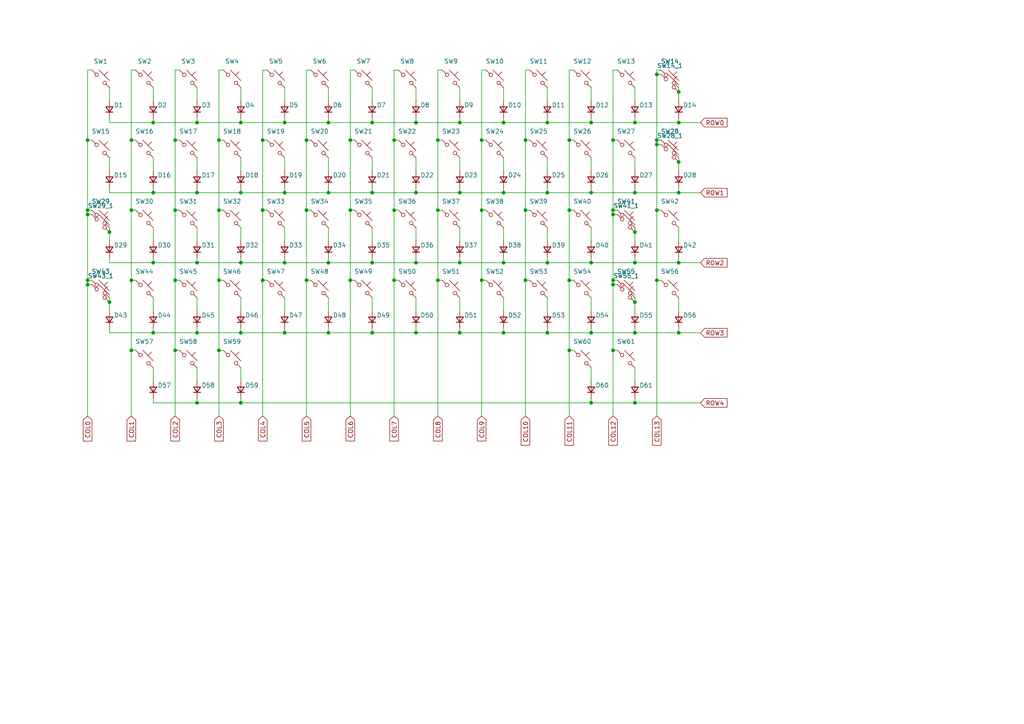
<source format=kicad_sch>
(kicad_sch (version 20231120) (generator "eeschema") (generator_version "8.0")
  (paper "A4")
  (junction (at 114.3 60.96))
  (junction (at 101.6 40.64))
  (junction (at 171.45 35.56))
  (junction (at 120.65 55.88))
  (junction (at 69.85 55.88))
  (junction (at 44.45 35.56))
  (junction (at 184.15 67.31))
  (junction (at 171.45 96.52))
  (junction (at 38.1 60.96))
  (junction (at 95.25 35.56))
  (junction (at 177.8 40.64))
  (junction (at 82.55 76.2))
  (junction (at 50.8 101.6))
  (junction (at 196.85 96.52))
  (junction (at 165.1 81.28))
  (junction (at 184.15 55.88))
  (junction (at 177.8 81.28))
  (junction (at 101.6 81.28))
  (junction (at 82.55 96.52))
  (junction (at 57.15 76.2))
  (junction (at 127 60.96))
  (junction (at 139.7 81.28))
  (junction (at 76.2 81.28))
  (junction (at 63.5 40.64))
  (junction (at 177.8 82.55))
  (junction (at 146.05 76.2))
  (junction (at 158.75 35.56))
  (junction (at 190.5 81.28))
  (junction (at 184.15 96.52))
  (junction (at 57.15 55.88))
  (junction (at 82.55 55.88))
  (junction (at 158.75 96.52))
  (junction (at 190.5 21.59))
  (junction (at 107.95 96.52))
  (junction (at 171.45 116.84))
  (junction (at 50.8 40.64))
  (junction (at 88.9 40.64))
  (junction (at 146.05 55.88))
  (junction (at 88.9 60.96))
  (junction (at 196.85 35.56))
  (junction (at 38.1 40.64))
  (junction (at 25.4 81.28))
  (junction (at 146.05 96.52))
  (junction (at 152.4 40.64))
  (junction (at 177.8 60.96))
  (junction (at 196.85 55.88))
  (junction (at 50.8 81.28))
  (junction (at 196.85 76.2))
  (junction (at 133.35 96.52))
  (junction (at 69.85 96.52))
  (junction (at 107.95 35.56))
  (junction (at 63.5 81.28))
  (junction (at 25.4 62.23))
  (junction (at 95.25 55.88))
  (junction (at 158.75 55.88))
  (junction (at 38.1 101.6))
  (junction (at 38.1 81.28))
  (junction (at 76.2 60.96))
  (junction (at 139.7 40.64))
  (junction (at 63.5 60.96))
  (junction (at 196.85 26.67))
  (junction (at 184.15 76.2))
  (junction (at 146.05 35.56))
  (junction (at 190.5 41.91))
  (junction (at 95.25 76.2))
  (junction (at 57.15 116.84))
  (junction (at 152.4 60.96))
  (junction (at 184.15 87.63))
  (junction (at 95.25 96.52))
  (junction (at 44.45 76.2))
  (junction (at 101.6 60.96))
  (junction (at 177.8 62.23))
  (junction (at 82.55 35.56))
  (junction (at 88.9 81.28))
  (junction (at 184.15 35.56))
  (junction (at 69.85 116.84))
  (junction (at 31.75 67.31))
  (junction (at 196.85 46.99))
  (junction (at 171.45 76.2))
  (junction (at 25.4 40.64))
  (junction (at 190.5 40.64))
  (junction (at 57.15 35.56))
  (junction (at 76.2 40.64))
  (junction (at 184.15 116.84))
  (junction (at 69.85 76.2))
  (junction (at 190.5 60.96))
  (junction (at 69.85 35.56))
  (junction (at 158.75 76.2))
  (junction (at 171.45 55.88))
  (junction (at 120.65 76.2))
  (junction (at 133.35 55.88))
  (junction (at 107.95 55.88))
  (junction (at 152.4 81.28))
  (junction (at 63.5 101.6))
  (junction (at 50.8 60.96))
  (junction (at 120.65 35.56))
  (junction (at 127 81.28))
  (junction (at 107.95 76.2))
  (junction (at 120.65 96.52))
  (junction (at 44.45 55.88))
  (junction (at 165.1 101.6))
  (junction (at 44.45 96.52))
  (junction (at 25.4 82.55))
  (junction (at 133.35 76.2))
  (junction (at 31.75 87.63))
  (junction (at 139.7 60.96))
  (junction (at 114.3 40.64))
  (junction (at 165.1 40.64))
  (junction (at 177.8 101.6))
  (junction (at 165.1 60.96))
  (junction (at 114.3 81.28))
  (junction (at 57.15 96.52))
  (junction (at 25.4 60.96))
  (junction (at 127 40.64))
  (junction (at 133.35 35.56))
  (wire (pts (xy 69.85 106.68) (xy 69.85 110.49)))
  (wire (pts (xy 101.6 20.32) (xy 101.6 40.64)))
  (wire (pts (xy 171.45 95.25) (xy 171.45 96.52)))
  (wire (pts (xy 153.67 81.28) (xy 152.4 81.28)))
  (wire (pts (xy 166.37 20.32) (xy 165.1 20.32)))
  (wire (pts (xy 165.1 40.64) (xy 165.1 60.96)))
  (wire (pts (xy 50.8 40.64) (xy 50.8 60.96)))
  (wire (pts (xy 133.35 55.88) (xy 146.05 55.88)))
  (wire (pts (xy 184.15 86.36) (xy 184.15 87.63)))
  (wire (pts (xy 44.45 25.4) (xy 44.45 29.21)))
  (wire (pts (xy 179.07 82.55) (xy 177.8 82.55)))
  (wire (pts (xy 146.05 34.29) (xy 146.05 35.56)))
  (wire (pts (xy 76.2 20.32) (xy 76.2 40.64)))
  (wire (pts (xy 196.85 76.2) (xy 203.2 76.2)))
  (wire (pts (xy 25.4 82.55) (xy 25.4 120.65)))
  (wire (pts (xy 25.4 60.96) (xy 25.4 62.23)))
  (wire (pts (xy 26.67 40.64) (xy 25.4 40.64)))
  (wire (pts (xy 82.55 66.04) (xy 82.55 69.85)))
  (wire (pts (xy 76.2 60.96) (xy 76.2 81.28)))
  (wire (pts (xy 57.15 76.2) (xy 69.85 76.2)))
  (wire (pts (xy 115.57 60.96) (xy 114.3 60.96)))
  (wire (pts (xy 158.75 25.4) (xy 158.75 29.21)))
  (wire (pts (xy 190.5 81.28) (xy 190.5 120.65)))
  (wire (pts (xy 120.65 35.56) (xy 133.35 35.56)))
  (wire (pts (xy 107.95 96.52) (xy 120.65 96.52)))
  (wire (pts (xy 127 81.28) (xy 127 120.65)))
  (wire (pts (xy 191.77 21.59) (xy 190.5 21.59)))
  (wire (pts (xy 171.45 86.36) (xy 171.45 90.17)))
  (wire (pts (xy 114.3 20.32) (xy 114.3 40.64)))
  (wire (pts (xy 69.85 25.4) (xy 69.85 29.21)))
  (wire (pts (xy 133.35 74.93) (xy 133.35 76.2)))
  (wire (pts (xy 152.4 20.32) (xy 152.4 40.64)))
  (wire (pts (xy 95.25 25.4) (xy 95.25 29.21)))
  (wire (pts (xy 184.15 116.84) (xy 203.2 116.84)))
  (wire (pts (xy 44.45 54.61) (xy 44.45 55.88)))
  (wire (pts (xy 31.75 34.29) (xy 31.75 35.56)))
  (wire (pts (xy 153.67 60.96) (xy 152.4 60.96)))
  (wire (pts (xy 139.7 60.96) (xy 139.7 81.28)))
  (wire (pts (xy 133.35 35.56) (xy 146.05 35.56)))
  (wire (pts (xy 57.15 35.56) (xy 69.85 35.56)))
  (wire (pts (xy 133.35 86.36) (xy 133.35 90.17)))
  (wire (pts (xy 171.45 76.2) (xy 184.15 76.2)))
  (wire (pts (xy 38.1 101.6) (xy 38.1 120.65)))
  (wire (pts (xy 57.15 55.88) (xy 69.85 55.88)))
  (wire (pts (xy 158.75 96.52) (xy 171.45 96.52)))
  (wire (pts (xy 158.75 66.04) (xy 158.75 69.85)))
  (wire (pts (xy 69.85 115.57) (xy 69.85 116.84)))
  (wire (pts (xy 82.55 74.93) (xy 82.55 76.2)))
  (wire (pts (xy 77.47 40.64) (xy 76.2 40.64)))
  (wire (pts (xy 191.77 60.96) (xy 190.5 60.96)))
  (wire (pts (xy 57.15 95.25) (xy 57.15 96.52)))
  (wire (pts (xy 82.55 54.61) (xy 82.55 55.88)))
  (wire (pts (xy 44.45 106.68) (xy 44.45 110.49)))
  (wire (pts (xy 44.45 95.25) (xy 44.45 96.52)))
  (wire (pts (xy 184.15 35.56) (xy 196.85 35.56)))
  (wire (pts (xy 139.7 40.64) (xy 139.7 60.96)))
  (wire (pts (xy 196.85 55.88) (xy 203.2 55.88)))
  (wire (pts (xy 95.25 66.04) (xy 95.25 69.85)))
  (wire (pts (xy 63.5 81.28) (xy 63.5 101.6)))
  (wire (pts (xy 69.85 76.2) (xy 82.55 76.2)))
  (wire (pts (xy 44.45 116.84) (xy 57.15 116.84)))
  (wire (pts (xy 69.85 116.84) (xy 171.45 116.84)))
  (wire (pts (xy 77.47 20.32) (xy 76.2 20.32)))
  (wire (pts (xy 133.35 54.61) (xy 133.35 55.88)))
  (wire (pts (xy 101.6 81.28) (xy 101.6 120.65)))
  (wire (pts (xy 184.15 66.04) (xy 184.15 67.31)))
  (wire (pts (xy 146.05 66.04) (xy 146.05 69.85)))
  (wire (pts (xy 69.85 74.93) (xy 69.85 76.2)))
  (wire (pts (xy 52.07 60.96) (xy 50.8 60.96)))
  (wire (pts (xy 165.1 101.6) (xy 165.1 120.65)))
  (wire (pts (xy 57.15 116.84) (xy 69.85 116.84)))
  (wire (pts (xy 177.8 20.32) (xy 177.8 40.64)))
  (wire (pts (xy 95.25 96.52) (xy 107.95 96.52)))
  (wire (pts (xy 69.85 86.36) (xy 69.85 90.17)))
  (wire (pts (xy 171.45 115.57) (xy 171.45 116.84)))
  (wire (pts (xy 102.87 81.28) (xy 101.6 81.28)))
  (wire (pts (xy 57.15 86.36) (xy 57.15 90.17)))
  (wire (pts (xy 196.85 96.52) (xy 203.2 96.52)))
  (wire (pts (xy 171.45 35.56) (xy 184.15 35.56)))
  (wire (pts (xy 64.77 60.96) (xy 63.5 60.96)))
  (wire (pts (xy 184.15 95.25) (xy 184.15 96.52)))
  (wire (pts (xy 52.07 40.64) (xy 50.8 40.64)))
  (wire (pts (xy 31.75 96.52) (xy 44.45 96.52)))
  (wire (pts (xy 179.07 60.96) (xy 177.8 60.96)))
  (wire (pts (xy 140.97 60.96) (xy 139.7 60.96)))
  (wire (pts (xy 165.1 20.32) (xy 165.1 40.64)))
  (wire (pts (xy 133.35 76.2) (xy 146.05 76.2)))
  (wire (pts (xy 107.95 35.56) (xy 120.65 35.56)))
  (wire (pts (xy 171.45 25.4) (xy 171.45 29.21)))
  (wire (pts (xy 57.15 25.4) (xy 57.15 29.21)))
  (wire (pts (xy 115.57 40.64) (xy 114.3 40.64)))
  (wire (pts (xy 177.8 40.64) (xy 177.8 60.96)))
  (wire (pts (xy 196.85 86.36) (xy 196.85 90.17)))
  (wire (pts (xy 184.15 34.29) (xy 184.15 35.56)))
  (wire (pts (xy 140.97 40.64) (xy 139.7 40.64)))
  (wire (pts (xy 31.75 54.61) (xy 31.75 55.88)))
  (wire (pts (xy 120.65 86.36) (xy 120.65 90.17)))
  (wire (pts (xy 128.27 81.28) (xy 127 81.28)))
  (wire (pts (xy 140.97 81.28) (xy 139.7 81.28)))
  (wire (pts (xy 82.55 25.4) (xy 82.55 29.21)))
  (wire (pts (xy 158.75 34.29) (xy 158.75 35.56)))
  (wire (pts (xy 95.25 95.25) (xy 95.25 96.52)))
  (wire (pts (xy 50.8 101.6) (xy 50.8 120.65)))
  (wire (pts (xy 107.95 74.93) (xy 107.95 76.2)))
  (wire (pts (xy 82.55 96.52) (xy 95.25 96.52)))
  (wire (pts (xy 88.9 60.96) (xy 88.9 81.28)))
  (wire (pts (xy 146.05 74.93) (xy 146.05 76.2)))
  (wire (pts (xy 26.67 82.55) (xy 25.4 82.55)))
  (wire (pts (xy 114.3 40.64) (xy 114.3 60.96)))
  (wire (pts (xy 196.85 35.56) (xy 203.2 35.56)))
  (wire (pts (xy 101.6 60.96) (xy 101.6 81.28)))
  (wire (pts (xy 191.77 40.64) (xy 190.5 40.64)))
  (wire (pts (xy 166.37 40.64) (xy 165.1 40.64)))
  (wire (pts (xy 190.5 41.91) (xy 190.5 60.96)))
  (wire (pts (xy 107.95 55.88) (xy 120.65 55.88)))
  (wire (pts (xy 38.1 60.96) (xy 38.1 81.28)))
  (wire (pts (xy 57.15 45.72) (xy 57.15 49.53)))
  (wire (pts (xy 82.55 45.72) (xy 82.55 49.53)))
  (wire (pts (xy 95.25 54.61) (xy 95.25 55.88)))
  (wire (pts (xy 140.97 20.32) (xy 139.7 20.32)))
  (wire (pts (xy 25.4 81.28) (xy 25.4 82.55)))
  (wire (pts (xy 82.55 95.25) (xy 82.55 96.52)))
  (wire (pts (xy 88.9 20.32) (xy 88.9 40.64)))
  (wire (pts (xy 133.35 45.72) (xy 133.35 49.53)))
  (wire (pts (xy 166.37 101.6) (xy 165.1 101.6)))
  (wire (pts (xy 69.85 95.25) (xy 69.85 96.52)))
  (wire (pts (xy 158.75 55.88) (xy 171.45 55.88)))
  (wire (pts (xy 114.3 60.96) (xy 114.3 81.28)))
  (wire (pts (xy 69.85 54.61) (xy 69.85 55.88)))
  (wire (pts (xy 76.2 40.64) (xy 76.2 60.96)))
  (wire (pts (xy 52.07 101.6) (xy 50.8 101.6)))
  (wire (pts (xy 153.67 40.64) (xy 152.4 40.64)))
  (wire (pts (xy 25.4 40.64) (xy 25.4 60.96)))
  (wire (pts (xy 179.07 101.6) (xy 177.8 101.6)))
  (wire (pts (xy 26.67 20.32) (xy 25.4 20.32)))
  (wire (pts (xy 179.07 62.23) (xy 177.8 62.23)))
  (wire (pts (xy 146.05 76.2) (xy 158.75 76.2)))
  (wire (pts (xy 196.85 54.61) (xy 196.85 55.88)))
  (wire (pts (xy 52.07 20.32) (xy 50.8 20.32)))
  (wire (pts (xy 38.1 40.64) (xy 38.1 60.96)))
  (wire (pts (xy 165.1 81.28) (xy 165.1 101.6)))
  (wire (pts (xy 31.75 87.63) (xy 31.75 90.17)))
  (wire (pts (xy 171.45 34.29) (xy 171.45 35.56)))
  (wire (pts (xy 31.75 74.93) (xy 31.75 76.2)))
  (wire (pts (xy 127 20.32) (xy 127 40.64)))
  (wire (pts (xy 146.05 86.36) (xy 146.05 90.17)))
  (wire (pts (xy 190.5 60.96) (xy 190.5 81.28)))
  (wire (pts (xy 107.95 66.04) (xy 107.95 69.85)))
  (wire (pts (xy 128.27 40.64) (xy 127 40.64)))
  (wire (pts (xy 196.85 74.93) (xy 196.85 76.2)))
  (wire (pts (xy 57.15 54.61) (xy 57.15 55.88)))
  (wire (pts (xy 25.4 62.23) (xy 25.4 81.28)))
  (wire (pts (xy 158.75 74.93) (xy 158.75 76.2)))
  (wire (pts (xy 90.17 81.28) (xy 88.9 81.28)))
  (wire (pts (xy 184.15 74.93) (xy 184.15 76.2)))
  (wire (pts (xy 153.67 20.32) (xy 152.4 20.32)))
  (wire (pts (xy 50.8 20.32) (xy 50.8 40.64)))
  (wire (pts (xy 190.5 40.64) (xy 190.5 41.91)))
  (wire (pts (xy 31.75 25.4) (xy 31.75 29.21)))
  (wire (pts (xy 158.75 45.72) (xy 158.75 49.53)))
  (wire (pts (xy 25.4 20.32) (xy 25.4 40.64)))
  (wire (pts (xy 44.45 74.93) (xy 44.45 76.2)))
  (wire (pts (xy 166.37 81.28) (xy 165.1 81.28)))
  (wire (pts (xy 120.65 96.52) (xy 133.35 96.52)))
  (wire (pts (xy 57.15 66.04) (xy 57.15 69.85)))
  (wire (pts (xy 171.45 54.61) (xy 171.45 55.88)))
  (wire (pts (xy 95.25 34.29) (xy 95.25 35.56)))
  (wire (pts (xy 88.9 40.64) (xy 88.9 60.96)))
  (wire (pts (xy 63.5 101.6) (xy 63.5 120.65)))
  (wire (pts (xy 158.75 35.56) (xy 171.45 35.56)))
  (wire (pts (xy 196.85 66.04) (xy 196.85 69.85)))
  (wire (pts (xy 31.75 76.2) (xy 44.45 76.2)))
  (wire (pts (xy 171.45 106.68) (xy 171.45 110.49)))
  (wire (pts (xy 77.47 60.96) (xy 76.2 60.96)))
  (wire (pts (xy 107.95 54.61) (xy 107.95 55.88)))
  (wire (pts (xy 50.8 60.96) (xy 50.8 81.28)))
  (wire (pts (xy 107.95 95.25) (xy 107.95 96.52)))
  (wire (pts (xy 146.05 96.52) (xy 158.75 96.52)))
  (wire (pts (xy 120.65 95.25) (xy 120.65 96.52)))
  (wire (pts (xy 90.17 60.96) (xy 88.9 60.96)))
  (wire (pts (xy 102.87 20.32) (xy 101.6 20.32)))
  (wire (pts (xy 196.85 26.67) (xy 196.85 29.21)))
  (wire (pts (xy 31.75 95.25) (xy 31.75 96.52)))
  (wire (pts (xy 39.37 40.64) (xy 38.1 40.64)))
  (wire (pts (xy 146.05 35.56) (xy 158.75 35.56)))
  (wire (pts (xy 115.57 81.28) (xy 114.3 81.28)))
  (wire (pts (xy 31.75 67.31) (xy 31.75 69.85)))
  (wire (pts (xy 146.05 25.4) (xy 146.05 29.21)))
  (wire (pts (xy 95.25 86.36) (xy 95.25 90.17)))
  (wire (pts (xy 127 40.64) (xy 127 60.96)))
  (wire (pts (xy 44.45 34.29) (xy 44.45 35.56)))
  (wire (pts (xy 102.87 40.64) (xy 101.6 40.64)))
  (wire (pts (xy 82.55 34.29) (xy 82.55 35.56)))
  (wire (pts (xy 31.75 86.36) (xy 31.75 87.63)))
  (wire (pts (xy 44.45 86.36) (xy 44.45 90.17)))
  (wire (pts (xy 95.25 74.93) (xy 95.25 76.2)))
  (wire (pts (xy 26.67 60.96) (xy 25.4 60.96)))
  (wire (pts (xy 133.35 34.29) (xy 133.35 35.56)))
  (wire (pts (xy 139.7 81.28) (xy 139.7 120.65)))
  (wire (pts (xy 177.8 81.28) (xy 177.8 82.55)))
  (wire (pts (xy 57.15 96.52) (xy 69.85 96.52)))
  (wire (pts (xy 196.85 45.72) (xy 196.85 46.99)))
  (wire (pts (xy 191.77 41.91) (xy 190.5 41.91)))
  (wire (pts (xy 146.05 45.72) (xy 146.05 49.53)))
  (wire (pts (xy 184.15 25.4) (xy 184.15 29.21)))
  (wire (pts (xy 38.1 81.28) (xy 38.1 101.6)))
  (wire (pts (xy 120.65 54.61) (xy 120.65 55.88)))
  (wire (pts (xy 107.95 86.36) (xy 107.95 90.17)))
  (wire (pts (xy 127 60.96) (xy 127 81.28)))
  (wire (pts (xy 44.45 76.2) (xy 57.15 76.2)))
  (wire (pts (xy 120.65 76.2) (xy 133.35 76.2)))
  (wire (pts (xy 82.55 86.36) (xy 82.55 90.17)))
  (wire (pts (xy 120.65 66.04) (xy 120.65 69.85)))
  (wire (pts (xy 120.65 74.93) (xy 120.65 76.2)))
  (wire (pts (xy 31.75 55.88) (xy 44.45 55.88)))
  (wire (pts (xy 146.05 54.61) (xy 146.05 55.88)))
  (wire (pts (xy 184.15 87.63) (xy 184.15 90.17)))
  (wire (pts (xy 177.8 101.6) (xy 177.8 120.65)))
  (wire (pts (xy 69.85 55.88) (xy 82.55 55.88)))
  (wire (pts (xy 139.7 20.32) (xy 139.7 40.64)))
  (wire (pts (xy 57.15 115.57) (xy 57.15 116.84)))
  (wire (pts (xy 102.87 60.96) (xy 101.6 60.96)))
  (wire (pts (xy 26.67 62.23) (xy 25.4 62.23)))
  (wire (pts (xy 184.15 54.61) (xy 184.15 55.88)))
  (wire (pts (xy 31.75 45.72) (xy 31.75 49.53)))
  (wire (pts (xy 82.55 76.2) (xy 95.25 76.2)))
  (wire (pts (xy 171.45 55.88) (xy 184.15 55.88)))
  (wire (pts (xy 133.35 25.4) (xy 133.35 29.21)))
  (wire (pts (xy 184.15 55.88) (xy 196.85 55.88)))
  (wire (pts (xy 133.35 96.52) (xy 146.05 96.52)))
  (wire (pts (xy 177.8 82.55) (xy 177.8 101.6)))
  (wire (pts (xy 90.17 40.64) (xy 88.9 40.64)))
  (wire (pts (xy 31.75 35.56) (xy 44.45 35.56)))
  (wire (pts (xy 39.37 81.28) (xy 38.1 81.28)))
  (wire (pts (xy 107.95 45.72) (xy 107.95 49.53)))
  (wire (pts (xy 44.45 45.72) (xy 44.45 49.53)))
  (wire (pts (xy 44.45 96.52) (xy 57.15 96.52)))
  (wire (pts (xy 191.77 20.32) (xy 190.5 20.32)))
  (wire (pts (xy 128.27 60.96) (xy 127 60.96)))
  (wire (pts (xy 76.2 81.28) (xy 76.2 120.65)))
  (wire (pts (xy 95.25 35.56) (xy 107.95 35.56)))
  (wire (pts (xy 64.77 40.64) (xy 63.5 40.64)))
  (wire (pts (xy 158.75 76.2) (xy 171.45 76.2)))
  (wire (pts (xy 179.07 81.28) (xy 177.8 81.28)))
  (wire (pts (xy 190.5 20.32) (xy 190.5 21.59)))
  (wire (pts (xy 95.25 76.2) (xy 107.95 76.2)))
  (wire (pts (xy 69.85 66.04) (xy 69.85 69.85)))
  (wire (pts (xy 166.37 60.96) (xy 165.1 60.96)))
  (wire (pts (xy 38.1 20.32) (xy 38.1 40.64)))
  (wire (pts (xy 63.5 40.64) (xy 63.5 60.96)))
  (wire (pts (xy 133.35 66.04) (xy 133.35 69.85)))
  (wire (pts (xy 101.6 40.64) (xy 101.6 60.96)))
  (wire (pts (xy 57.15 34.29) (xy 57.15 35.56)))
  (wire (pts (xy 184.15 115.57) (xy 184.15 116.84)))
  (wire (pts (xy 52.07 81.28) (xy 50.8 81.28)))
  (wire (pts (xy 184.15 106.68) (xy 184.15 110.49)))
  (wire (pts (xy 44.45 115.57) (xy 44.45 116.84)))
  (wire (pts (xy 120.65 25.4) (xy 120.65 29.21)))
  (wire (pts (xy 107.95 25.4) (xy 107.95 29.21)))
  (wire (pts (xy 177.8 62.23) (xy 177.8 81.28)))
  (wire (pts (xy 179.07 40.64) (xy 177.8 40.64)))
  (wire (pts (xy 69.85 45.72) (xy 69.85 49.53)))
  (wire (pts (xy 44.45 66.04) (xy 44.45 69.85)))
  (wire (pts (xy 152.4 60.96) (xy 152.4 81.28)))
  (wire (pts (xy 39.37 60.96) (xy 38.1 60.96)))
  (wire (pts (xy 184.15 96.52) (xy 196.85 96.52)))
  (wire (pts (xy 196.85 25.4) (xy 196.85 26.67)))
  (wire (pts (xy 177.8 60.96) (xy 177.8 62.23)))
  (wire (pts (xy 44.45 55.88) (xy 57.15 55.88)))
  (wire (pts (xy 39.37 101.6) (xy 38.1 101.6)))
  (wire (pts (xy 171.45 66.04) (xy 171.45 69.85)))
  (wire (pts (xy 64.77 20.32) (xy 63.5 20.32)))
  (wire (pts (xy 184.15 76.2) (xy 196.85 76.2)))
  (wire (pts (xy 146.05 95.25) (xy 146.05 96.52)))
  (wire (pts (xy 82.55 35.56) (xy 95.25 35.56)))
  (wire (pts (xy 69.85 35.56) (xy 82.55 35.56)))
  (wire (pts (xy 120.65 45.72) (xy 120.65 49.53)))
  (wire (pts (xy 179.07 20.32) (xy 177.8 20.32)))
  (wire (pts (xy 171.45 96.52) (xy 184.15 96.52)))
  (wire (pts (xy 63.5 60.96) (xy 63.5 81.28)))
  (wire (pts (xy 184.15 67.31) (xy 184.15 69.85)))
  (wire (pts (xy 107.95 34.29) (xy 107.95 35.56)))
  (wire (pts (xy 95.25 55.88) (xy 107.95 55.88)))
  (wire (pts (xy 95.25 45.72) (xy 95.25 49.53)))
  (wire (pts (xy 120.65 55.88) (xy 133.35 55.88)))
  (wire (pts (xy 69.85 96.52) (xy 82.55 96.52)))
  (wire (pts (xy 63.5 20.32) (xy 63.5 40.64)))
  (wire (pts (xy 191.77 81.28) (xy 190.5 81.28)))
  (wire (pts (xy 171.45 116.84) (xy 184.15 116.84)))
  (wire (pts (xy 69.85 34.29) (xy 69.85 35.56)))
  (wire (pts (xy 152.4 81.28) (xy 152.4 120.65)))
  (wire (pts (xy 64.77 101.6) (xy 63.5 101.6)))
  (wire (pts (xy 115.57 20.32) (xy 114.3 20.32)))
  (wire (pts (xy 158.75 54.61) (xy 158.75 55.88)))
  (wire (pts (xy 82.55 55.88) (xy 95.25 55.88)))
  (wire (pts (xy 196.85 34.29) (xy 196.85 35.56)))
  (wire (pts (xy 165.1 60.96) (xy 165.1 81.28)))
  (wire (pts (xy 196.85 95.25) (xy 196.85 96.52)))
  (wire (pts (xy 77.47 81.28) (xy 76.2 81.28)))
  (wire (pts (xy 133.35 95.25) (xy 133.35 96.52)))
  (wire (pts (xy 184.15 45.72) (xy 184.15 49.53)))
  (wire (pts (xy 190.5 21.59) (xy 190.5 40.64)))
  (wire (pts (xy 57.15 74.93) (xy 57.15 76.2)))
  (wire (pts (xy 128.27 20.32) (xy 127 20.32)))
  (wire (pts (xy 158.75 95.25) (xy 158.75 96.52)))
  (wire (pts (xy 171.45 74.93) (xy 171.45 76.2)))
  (wire (pts (xy 26.67 81.28) (xy 25.4 81.28)))
  (wire (pts (xy 31.75 66.04) (xy 31.75 67.31)))
  (wire (pts (xy 152.4 40.64) (xy 152.4 60.96)))
  (wire (pts (xy 196.85 46.99) (xy 196.85 49.53)))
  (wire (pts (xy 171.45 45.72) (xy 171.45 49.53)))
  (wire (pts (xy 120.65 34.29) (xy 120.65 35.56)))
  (wire (pts (xy 90.17 20.32) (xy 88.9 20.32)))
  (wire (pts (xy 146.05 55.88) (xy 158.75 55.88)))
  (wire (pts (xy 107.95 76.2) (xy 120.65 76.2)))
  (wire (pts (xy 57.15 106.68) (xy 57.15 110.49)))
  (wire (pts (xy 88.9 81.28) (xy 88.9 120.65)))
  (wire (pts (xy 114.3 81.28) (xy 114.3 120.65)))
  (wire (pts (xy 50.8 81.28) (xy 50.8 101.6)))
  (wire (pts (xy 39.37 20.32) (xy 38.1 20.32)))
  (wire (pts (xy 64.77 81.28) (xy 63.5 81.28)))
  (wire (pts (xy 44.45 35.56) (xy 57.15 35.56)))
  (wire (pts (xy 158.75 86.36) (xy 158.75 90.17)))
  (global_label "COL9" (shape input) (at 139.7 120.65 270) (property "Intersheetrefs" "${INTERSHEET_REFS}" (effects (hide yes))))
  (global_label "COL7" (shape input) (at 114.3 120.65 270) (property "Intersheetrefs" "${INTERSHEET_REFS}" (effects (hide yes))))
  (global_label "COL2" (shape input) (at 50.8 120.65 270) (property "Intersheetrefs" "${INTERSHEET_REFS}" (effects (hide yes))))
  (global_label "COL1" (shape input) (at 38.1 120.65 270) (property "Intersheetrefs" "${INTERSHEET_REFS}" (effects (hide yes))))
  (global_label "COL11" (shape input) (at 165.1 120.65 270) (property "Intersheetrefs" "${INTERSHEET_REFS}" (effects (hide yes))))
  (global_label "COL3" (shape input) (at 63.5 120.65 270) (property "Intersheetrefs" "${INTERSHEET_REFS}" (effects (hide yes))))
  (global_label "COL12" (shape input) (at 177.8 120.65 270) (property "Intersheetrefs" "${INTERSHEET_REFS}" (effects (hide yes))))
  (global_label "ROW2" (shape input) (at 203.2 76.2 0) (property "Intersheetrefs" "${INTERSHEET_REFS}" (effects (hide yes))))
  (global_label "ROW1" (shape input) (at 203.2 55.88 0) (property "Intersheetrefs" "${INTERSHEET_REFS}" (effects (hide yes))))
  (global_label "ROW3" (shape input) (at 203.2 96.52 0) (property "Intersheetrefs" "${INTERSHEET_REFS}" (effects (hide yes))))
  (global_label "COL5" (shape input) (at 88.9 120.65 270) (property "Intersheetrefs" "${INTERSHEET_REFS}" (effects (hide yes))))
  (global_label "ROW0" (shape input) (at 203.2 35.56 0) (property "Intersheetrefs" "${INTERSHEET_REFS}" (effects (hide yes))))
  (global_label "COL6" (shape input) (at 101.6 120.65 270) (property "Intersheetrefs" "${INTERSHEET_REFS}" (effects (hide yes))))
  (global_label "COL4" (shape input) (at 76.2 120.65 270) (property "Intersheetrefs" "${INTERSHEET_REFS}" (effects (hide yes))))
  (global_label "COL10" (shape input) (at 152.4 120.65 270) (property "Intersheetrefs" "${INTERSHEET_REFS}" (effects (hide yes))))
  (global_label "COL8" (shape input) (at 127 120.65 270) (property "Intersheetrefs" "${INTERSHEET_REFS}" (effects (hide yes))))
  (global_label "COL0" (shape input) (at 25.4 120.65 270) (property "Intersheetrefs" "${INTERSHEET_REFS}" (effects (hide yes))))
  (global_label "ROW4" (shape input) (at 203.2 116.84 0) (property "Intersheetrefs" "${INTERSHEET_REFS}" (effects (hide yes))))
  (global_label "COL13" (shape input) (at 190.5 120.65 270) (property "Intersheetrefs" "${INTERSHEET_REFS}" (effects (hide yes))))
  (symbol (lib_id "Switch:SW_Push_45deg") (at 67.31 43.18 0) (unit 1)
    (property "Reference" "SW18" (at 67.31 38.1 0))
    (property "Value" "SW_Push" (effects (hide yes)))
    (property "Footprint" "Switch_Keyboard_Hybrid:SW_Hybrid_Cherry_MX_Alps_1.00u" (effects (hide yes)))
  )
  (symbol (lib_id "Device:D_Small") (at 31.75 52.07 90) (unit 1)
    (property "Reference" "D15" (at 33.02 50.8 90) (effects (justify right)))
    (property "Value" "D" (effects (hide yes)))
    (property "Footprint" "Diode_SMD:D_SOD-123F" (effects (hide yes)))
    (property "Sim.Device" "D" (effects (hide yes)))
    (property "Sim.Pins" "1=K 2=A" (effects (hide yes)))
  )
  (symbol (lib_id "Switch:SW_Push_45deg") (at 143.51 22.86 0) (unit 1)
    (property "Reference" "SW10" (at 143.51 17.78 0))
    (property "Value" "SW_Push" (effects (hide yes)))
    (property "Footprint" "Switch_Keyboard_Hybrid:SW_Hybrid_Cherry_MX_Alps_1.00u" (effects (hide yes)))
  )
  (symbol (lib_id "Switch:SW_Push_45deg") (at 118.11 43.18 0) (unit 1)
    (property "Reference" "SW22" (at 118.11 38.1 0))
    (property "Value" "SW_Push" (effects (hide yes)))
    (property "Footprint" "Switch_Keyboard_Hybrid:SW_Hybrid_Cherry_MX_Alps_1.00u" (effects (hide yes)))
  )
  (symbol (lib_id "Switch:SW_Push_45deg") (at 118.11 63.5 0) (unit 1)
    (property "Reference" "SW36" (at 118.11 58.42 0))
    (property "Value" "SW_Push" (effects (hide yes)))
    (property "Footprint" "Switch_Keyboard_Hybrid:SW_Hybrid_Cherry_MX_Alps_1.00u" (effects (hide yes)))
  )
  (symbol (lib_id "Device:D_Small") (at 57.15 72.39 90) (unit 1)
    (property "Reference" "D31" (at 58.42 71.12 90) (effects (justify right)))
    (property "Value" "D" (effects (hide yes)))
    (property "Footprint" "Diode_SMD:D_SOD-123F" (effects (hide yes)))
    (property "Sim.Device" "D" (effects (hide yes)))
    (property "Sim.Pins" "1=K 2=A" (effects (hide yes)))
  )
  (symbol (lib_id "Device:D_Small") (at 184.15 52.07 90) (unit 1)
    (property "Reference" "D27" (at 185.42 50.8 90) (effects (justify right)))
    (property "Value" "D" (effects (hide yes)))
    (property "Footprint" "Diode_SMD:D_SOD-123F" (effects (hide yes)))
    (property "Sim.Device" "D" (effects (hide yes)))
    (property "Sim.Pins" "1=K 2=A" (effects (hide yes)))
  )
  (symbol (lib_id "Device:D_Small") (at 171.45 92.71 90) (unit 1)
    (property "Reference" "D54" (at 172.72 91.44 90) (effects (justify right)))
    (property "Value" "D" (effects (hide yes)))
    (property "Footprint" "Diode_SMD:D_SOD-123F" (effects (hide yes)))
    (property "Sim.Device" "D" (effects (hide yes)))
    (property "Sim.Pins" "1=K 2=A" (effects (hide yes)))
  )
  (symbol (lib_id "Switch:SW_Push_45deg") (at 194.31 22.86 0) (unit 1)
    (property "Reference" "SW14" (at 194.31 17.78 0))
    (property "Value" "SW_Push" (effects (hide yes)))
    (property "Footprint" "Switch_Keyboard_Hybrid:SW_Hybrid_Cherry_MX_Alps_1.00u" (effects (hide yes)))
  )
  (symbol (lib_id "Device:D_Small") (at 107.95 52.07 90) (unit 1)
    (property "Reference" "D21" (at 109.22 50.8 90) (effects (justify right)))
    (property "Value" "D" (effects (hide yes)))
    (property "Footprint" "Diode_SMD:D_SOD-123F" (effects (hide yes)))
    (property "Sim.Device" "D" (effects (hide yes)))
    (property "Sim.Pins" "1=K 2=A" (effects (hide yes)))
  )
  (symbol (lib_id "Switch:SW_Push_45deg") (at 29.21 43.18 0) (unit 1)
    (property "Reference" "SW15" (at 29.21 38.1 0))
    (property "Value" "SW_Push" (effects (hide yes)))
    (property "Footprint" "Switch_Keyboard_Hybrid:SW_Hybrid_Cherry_MX_Alps_1.00u" (effects (hide yes)))
  )
  (symbol (lib_id "Switch:SW_Push_45deg") (at 92.71 43.18 0) (unit 1)
    (property "Reference" "SW20" (at 92.71 38.1 0))
    (property "Value" "SW_Push" (effects (hide yes)))
    (property "Footprint" "Switch_Keyboard_Hybrid:SW_Hybrid_Cherry_MX_Alps_1.00u" (effects (hide yes)))
  )
  (symbol (lib_id "Device:D_Small") (at 44.45 113.03 90) (unit 1)
    (property "Reference" "D57" (at 45.72 111.76 90) (effects (justify right)))
    (property "Value" "D" (effects (hide yes)))
    (property "Footprint" "Diode_SMD:D_SOD-123F" (effects (hide yes)))
    (property "Sim.Device" "D" (effects (hide yes)))
    (property "Sim.Pins" "1=K 2=A" (effects (hide yes)))
  )
  (symbol (lib_id "Device:D_Small") (at 146.05 52.07 90) (unit 1)
    (property "Reference" "D24" (at 147.32 50.8 90) (effects (justify right)))
    (property "Value" "D" (effects (hide yes)))
    (property "Footprint" "Diode_SMD:D_SOD-123F" (effects (hide yes)))
    (property "Sim.Device" "D" (effects (hide yes)))
    (property "Sim.Pins" "1=K 2=A" (effects (hide yes)))
  )
  (symbol (lib_id "Switch:SW_Push_45deg") (at 168.91 22.86 0) (unit 1)
    (property "Reference" "SW12" (at 168.91 17.78 0))
    (property "Value" "SW_Push" (effects (hide yes)))
    (property "Footprint" "Switch_Keyboard_Hybrid:SW_Hybrid_Cherry_MX_Alps_1.00u" (effects (hide yes)))
  )
  (symbol (lib_id "Switch:SW_Push_45deg") (at 181.61 22.86 0) (unit 1)
    (property "Reference" "SW13" (at 181.61 17.78 0))
    (property "Value" "SW_Push" (effects (hide yes)))
    (property "Footprint" "Switch_Keyboard_Hybrid:SW_Hybrid_Cherry_MX_Alps_1.00u" (effects (hide yes)))
  )
  (symbol (lib_id "Switch:SW_Push_45deg") (at 92.71 83.82 0) (unit 1)
    (property "Reference" "SW48" (at 92.71 78.74 0))
    (property "Value" "SW_Push" (effects (hide yes)))
    (property "Footprint" "Switch_Keyboard_Hybrid:SW_Hybrid_Cherry_MX_Alps_1.00u" (effects (hide yes)))
  )
  (symbol (lib_id "Switch:SW_Push_45deg") (at 118.11 83.82 0) (unit 1)
    (property "Reference" "SW50" (at 118.11 78.74 0))
    (property "Value" "SW_Push" (effects (hide yes)))
    (property "Footprint" "Switch_Keyboard_Hybrid:SW_Hybrid_Cherry_MX_Alps_1.00u" (effects (hide yes)))
  )
  (symbol (lib_id "Device:D_Small") (at 120.65 92.71 90) (unit 1)
    (property "Reference" "D50" (at 121.92 91.44 90) (effects (justify right)))
    (property "Value" "D" (effects (hide yes)))
    (property "Footprint" "Diode_SMD:D_SOD-123F" (effects (hide yes)))
    (property "Sim.Device" "D" (effects (hide yes)))
    (property "Sim.Pins" "1=K 2=A" (effects (hide yes)))
  )
  (symbol (lib_id "Switch:SW_Push_45deg") (at 105.41 43.18 0) (unit 1)
    (property "Reference" "SW21" (at 105.41 38.1 0))
    (property "Value" "SW_Push" (effects (hide yes)))
    (property "Footprint" "Switch_Keyboard_Hybrid:SW_Hybrid_Cherry_MX_Alps_1.00u" (effects (hide yes)))
  )
  (symbol (lib_id "Switch:SW_Push_45deg") (at 67.31 63.5 0) (unit 1)
    (property "Reference" "SW32" (at 67.31 58.42 0))
    (property "Value" "SW_Push" (effects (hide yes)))
    (property "Footprint" "Switch_Keyboard_Hybrid:SW_Hybrid_Cherry_MX_Alps_1.00u" (effects (hide yes)))
  )
  (symbol (lib_id "Switch:SW_Push_45deg") (at 156.21 83.82 0) (unit 1)
    (property "Reference" "SW53" (at 156.21 78.74 0))
    (property "Value" "SW_Push" (effects (hide yes)))
    (property "Footprint" "Switch_Keyboard_Hybrid:SW_Hybrid_Cherry_MX_Alps_1.00u" (effects (hide yes)))
  )
  (symbol (lib_id "Switch:SW_Push_45deg") (at 105.41 83.82 0) (unit 1)
    (property "Reference" "SW49" (at 105.41 78.74 0))
    (property "Value" "SW_Push" (effects (hide yes)))
    (property "Footprint" "Switch_Keyboard_Hybrid:SW_Hybrid_Cherry_MX_Alps_1.00u" (effects (hide yes)))
  )
  (symbol (lib_id "Device:D_Small") (at 82.55 52.07 90) (unit 1)
    (property "Reference" "D19" (at 83.82 50.8 90) (effects (justify right)))
    (property "Value" "D" (effects (hide yes)))
    (property "Footprint" "Diode_SMD:D_SOD-123F" (effects (hide yes)))
    (property "Sim.Device" "D" (effects (hide yes)))
    (property "Sim.Pins" "1=K 2=A" (effects (hide yes)))
  )
  (symbol (lib_id "Switch:SW_Push_45deg") (at 80.01 83.82 0) (unit 1)
    (property "Reference" "SW47" (at 80.01 78.74 0))
    (property "Value" "SW_Push" (effects (hide yes)))
    (property "Footprint" "Switch_Keyboard_Hybrid:SW_Hybrid_Cherry_MX_Alps_1.00u" (effects (hide yes)))
  )
  (symbol (lib_id "Switch:SW_Push_45deg") (at 29.21 63.5 0) (unit 1)
    (property "Reference" "SW29" (at 29.21 58.42 0))
    (property "Value" "SW_Push" (effects (hide yes)))
    (property "Footprint" "Switch_Keyboard_Hybrid:SW_Hybrid_Cherry_MX_Alps_1.00u" (effects (hide yes)))
  )
  (symbol (lib_id "Device:D_Small") (at 184.15 92.71 90) (unit 1)
    (property "Reference" "D55" (at 185.42 91.44 90) (effects (justify right)))
    (property "Value" "D" (effects (hide yes)))
    (property "Footprint" "Diode_SMD:D_SOD-123F" (effects (hide yes)))
    (property "Sim.Device" "D" (effects (hide yes)))
    (property "Sim.Pins" "1=K 2=A" (effects (hide yes)))
  )
  (symbol (lib_id "Switch:SW_Push_45deg") (at 194.31 63.5 0) (unit 1)
    (property "Reference" "SW42" (at 194.31 58.42 0))
    (property "Value" "SW_Push" (effects (hide yes)))
    (property "Footprint" "Switch_Keyboard_Hybrid:SW_Hybrid_Cherry_MX_Alps_1.00u" (effects (hide yes)))
  )
  (symbol (lib_id "Device:D_Small") (at 57.15 31.75 90) (unit 1)
    (property "Reference" "D3" (at 58.42 30.48 90) (effects (justify right)))
    (property "Value" "D" (effects (hide yes)))
    (property "Footprint" "Diode_SMD:D_SOD-123F" (effects (hide yes)))
    (property "Sim.Device" "D" (effects (hide yes)))
    (property "Sim.Pins" "1=K 2=A" (effects (hide yes)))
  )
  (symbol (lib_id "Switch:SW_Push_45deg") (at 67.31 83.82 0) (unit 1)
    (property "Reference" "SW46" (at 67.31 78.74 0))
    (property "Value" "SW_Push" (effects (hide yes)))
    (property "Footprint" "Switch_Keyboard_Hybrid:SW_Hybrid_Cherry_MX_Alps_1.00u" (effects (hide yes)))
  )
  (symbol (lib_id "Device:D_Small") (at 44.45 92.71 90) (unit 1)
    (property "Reference" "D44" (at 45.72 91.44 90) (effects (justify right)))
    (property "Value" "D" (effects (hide yes)))
    (property "Footprint" "Diode_SMD:D_SOD-123F" (effects (hide yes)))
    (property "Sim.Device" "D" (effects (hide yes)))
    (property "Sim.Pins" "1=K 2=A" (effects (hide yes)))
  )
  (symbol (lib_id "Device:D_Small") (at 158.75 92.71 90) (unit 1)
    (property "Reference" "D53" (at 160.02 91.44 90) (effects (justify right)))
    (property "Value" "D" (effects (hide yes)))
    (property "Footprint" "Diode_SMD:D_SOD-123F" (effects (hide yes)))
    (property "Sim.Device" "D" (effects (hide yes)))
    (property "Sim.Pins" "1=K 2=A" (effects (hide yes)))
  )
  (symbol (lib_id "Device:D_Small") (at 171.45 113.03 90) (unit 1)
    (property "Reference" "D60" (at 172.72 111.76 90) (effects (justify right)))
    (property "Value" "D" (effects (hide yes)))
    (property "Footprint" "Diode_SMD:D_SOD-123F" (effects (hide yes)))
    (property "Sim.Device" "D" (effects (hide yes)))
    (property "Sim.Pins" "1=K 2=A" (effects (hide yes)))
  )
  (symbol (lib_id "Device:D_Small") (at 171.45 72.39 90) (unit 1)
    (property "Reference" "D40" (at 172.72 71.12 90) (effects (justify right)))
    (property "Value" "D" (effects (hide yes)))
    (property "Footprint" "Diode_SMD:D_SOD-123F" (effects (hide yes)))
    (property "Sim.Device" "D" (effects (hide yes)))
    (property "Sim.Pins" "1=K 2=A" (effects (hide yes)))
  )
  (symbol (lib_id "Switch:SW_Push_45deg") (at 54.61 43.18 0) (unit 1)
    (property "Reference" "SW17" (at 54.61 38.1 0))
    (property "Value" "SW_Push" (effects (hide yes)))
    (property "Footprint" "Switch_Keyboard_Hybrid:SW_Hybrid_Cherry_MX_Alps_1.00u" (effects (hide yes)))
  )
  (symbol (lib_id "Device:D_Small") (at 107.95 92.71 90) (unit 1)
    (property "Reference" "D49" (at 109.22 91.44 90) (effects (justify right)))
    (property "Value" "D" (effects (hide yes)))
    (property "Footprint" "Diode_SMD:D_SOD-123F" (effects (hide yes)))
    (property "Sim.Device" "D" (effects (hide yes)))
    (property "Sim.Pins" "1=K 2=A" (effects (hide yes)))
  )
  (symbol (lib_id "Device:D_Small") (at 107.95 72.39 90) (unit 1)
    (property "Reference" "D35" (at 109.22 71.12 90) (effects (justify right)))
    (property "Value" "D" (effects (hide yes)))
    (property "Footprint" "Diode_SMD:D_SOD-123F" (effects (hide yes)))
    (property "Sim.Device" "D" (effects (hide yes)))
    (property "Sim.Pins" "1=K 2=A" (effects (hide yes)))
  )
  (symbol (lib_id "Switch:SW_Push_45deg") (at 54.61 63.5 0) (unit 1)
    (property "Reference" "SW31" (at 54.61 58.42 0))
    (property "Value" "SW_Push" (effects (hide yes)))
    (property "Footprint" "Switch_Keyboard_Hybrid:SW_Hybrid_Cherry_MX_Alps_1.00u" (effects (hide yes)))
  )
  (symbol (lib_id "Switch:SW_Push_45deg") (at 41.91 22.86 0) (unit 1)
    (property "Reference" "SW2" (at 41.91 17.78 0))
    (property "Value" "SW_Push" (effects (hide yes)))
    (property "Footprint" "Switch_Keyboard_Hybrid:SW_Hybrid_Cherry_MX_Alps_1.00u" (effects (hide yes)))
  )
  (symbol (lib_id "Switch:SW_Push_45deg") (at 130.81 22.86 0) (unit 1)
    (property "Reference" "SW9" (at 130.81 17.78 0))
    (property "Value" "SW_Push" (effects (hide yes)))
    (property "Footprint" "Switch_Keyboard_Hybrid:SW_Hybrid_Cherry_MX_Alps_1.00u" (effects (hide yes)))
  )
  (symbol (lib_id "Switch:SW_Push_45deg") (at 168.91 63.5 0) (unit 1)
    (property "Reference" "SW40" (at 168.91 58.42 0))
    (property "Value" "SW_Push" (effects (hide yes)))
    (property "Footprint" "Switch_Keyboard_Hybrid:SW_Hybrid_Cherry_MX_Alps_1.00u" (effects (hide yes)))
  )
  (symbol (lib_id "Switch:SW_Push_45deg") (at 54.61 22.86 0) (unit 1)
    (property "Reference" "SW3" (at 54.61 17.78 0))
    (property "Value" "SW_Push" (effects (hide yes)))
    (property "Footprint" "Switch_Keyboard_Hybrid:SW_Hybrid_Cherry_MX_Alps_1.00u" (effects (hide yes)))
  )
  (symbol (lib_id "Device:D_Small") (at 120.65 52.07 90) (unit 1)
    (property "Reference" "D22" (at 121.92 50.8 90) (effects (justify right)))
    (property "Value" "D" (effects (hide yes)))
    (property "Footprint" "Diode_SMD:D_SOD-123F" (effects (hide yes)))
    (property "Sim.Device" "D" (effects (hide yes)))
    (property "Sim.Pins" "1=K 2=A" (effects (hide yes)))
  )
  (symbol (lib_id "Switch:SW_Push_45deg") (at 29.21 85.09 0) (unit 1)
    (property "Reference" "SW43_1" (at 29.21 80.01 0))
    (property "Value" "SW_Push" (effects (hide yes)))
    (property "Footprint" "Switch_Keyboard_Hybrid:SW_Hybrid_Cherry_MX_Alps_1.00u" (effects (hide yes)))
  )
  (symbol (lib_id "Switch:SW_Push_45deg") (at 194.31 43.18 0) (unit 1)
    (property "Reference" "SW28" (at 194.31 38.1 0))
    (property "Value" "SW_Push" (effects (hide yes)))
    (property "Footprint" "Switch_Keyboard_Hybrid:SW_Hybrid_Cherry_MX_Alps_1.00u" (effects (hide yes)))
  )
  (symbol (lib_id "Device:D_Small") (at 57.15 113.03 90) (unit 1)
    (property "Reference" "D58" (at 58.42 111.76 90) (effects (justify right)))
    (property "Value" "D" (effects (hide yes)))
    (property "Footprint" "Diode_SMD:D_SOD-123F" (effects (hide yes)))
    (property "Sim.Device" "D" (effects (hide yes)))
    (property "Sim.Pins" "1=K 2=A" (effects (hide yes)))
  )
  (symbol (lib_id "Device:D_Small") (at 69.85 52.07 90) (unit 1)
    (property "Reference" "D18" (at 71.12 50.8 90) (effects (justify right)))
    (property "Value" "D" (effects (hide yes)))
    (property "Footprint" "Diode_SMD:D_SOD-123F" (effects (hide yes)))
    (property "Sim.Device" "D" (effects (hide yes)))
    (property "Sim.Pins" "1=K 2=A" (effects (hide yes)))
  )
  (symbol (lib_id "Switch:SW_Push_45deg") (at 29.21 22.86 0) (unit 1)
    (property "Reference" "SW1" (at 29.21 17.78 0))
    (property "Value" "SW_Push" (effects (hide yes)))
    (property "Footprint" "Switch_Keyboard_Hybrid:SW_Hybrid_Cherry_MX_Alps_1.00u" (effects (hide yes)))
  )
  (symbol (lib_id "Device:D_Small") (at 57.15 52.07 90) (unit 1)
    (property "Reference" "D17" (at 58.42 50.8 90) (effects (justify right)))
    (property "Value" "D" (effects (hide yes)))
    (property "Footprint" "Diode_SMD:D_SOD-123F" (effects (hide yes)))
    (property "Sim.Device" "D" (effects (hide yes)))
    (property "Sim.Pins" "1=K 2=A" (effects (hide yes)))
  )
  (symbol (lib_id "Switch:SW_Push_45deg") (at 130.81 43.18 0) (unit 1)
    (property "Reference" "SW23" (at 130.81 38.1 0))
    (property "Value" "SW_Push" (effects (hide yes)))
    (property "Footprint" "Switch_Keyboard_Hybrid:SW_Hybrid_Cherry_MX_Alps_1.00u" (effects (hide yes)))
  )
  (symbol (lib_id "Switch:SW_Push_45deg") (at 92.71 22.86 0) (unit 1)
    (property "Reference" "SW6" (at 92.71 17.78 0))
    (property "Value" "SW_Push" (effects (hide yes)))
    (property "Footprint" "Switch_Keyboard_Hybrid:SW_Hybrid_Cherry_MX_Alps_1.00u" (effects (hide yes)))
  )
  (symbol (lib_id "Device:D_Small") (at 196.85 31.75 90) (unit 1)
    (property "Reference" "D14" (at 198.12 30.48 90) (effects (justify right)))
    (property "Value" "D" (effects (hide yes)))
    (property "Footprint" "Diode_SMD:D_SOD-123F" (effects (hide yes)))
    (property "Sim.Device" "D" (effects (hide yes)))
    (property "Sim.Pins" "1=K 2=A" (effects (hide yes)))
  )
  (symbol (lib_id "Switch:SW_Push_45deg") (at 41.91 104.14 0) (unit 1)
    (property "Reference" "SW57" (at 41.91 99.06 0))
    (property "Value" "SW_Push" (effects (hide yes)))
    (property "Footprint" "Switch_Keyboard_Hybrid:SW_Hybrid_Cherry_MX_Alps_1.00u" (effects (hide yes)))
  )
  (symbol (lib_id "Device:D_Small") (at 82.55 72.39 90) (unit 1)
    (property "Reference" "D33" (at 83.82 71.12 90) (effects (justify right)))
    (property "Value" "D" (effects (hide yes)))
    (property "Footprint" "Diode_SMD:D_SOD-123F" (effects (hide yes)))
    (property "Sim.Device" "D" (effects (hide yes)))
    (property "Sim.Pins" "1=K 2=A" (effects (hide yes)))
  )
  (symbol (lib_id "Switch:SW_Push_45deg") (at 194.31 44.45 0) (unit 1)
    (property "Reference" "SW28_1" (at 194.31 39.37 0))
    (property "Value" "SW_Push" (effects (hide yes)))
    (property "Footprint" "Switch_Keyboard_Hybrid:SW_Hybrid_Cherry_MX_Alps_1.00u" (effects (hide yes)))
  )
  (symbol (lib_id "Switch:SW_Push_45deg") (at 168.91 83.82 0) (unit 1)
    (property "Reference" "SW54" (at 168.91 78.74 0))
    (property "Value" "SW_Push" (effects (hide yes)))
    (property "Footprint" "Switch_Keyboard_Hybrid:SW_Hybrid_Cherry_MX_Alps_1.00u" (effects (hide yes)))
  )
  (symbol (lib_id "Device:D_Small") (at 133.35 72.39 90) (unit 1)
    (property "Reference" "D37" (at 134.62 71.12 90) (effects (justify right)))
    (property "Value" "D" (effects (hide yes)))
    (property "Footprint" "Diode_SMD:D_SOD-123F" (effects (hide yes)))
    (property "Sim.Device" "D" (effects (hide yes)))
    (property "Sim.Pins" "1=K 2=A" (effects (hide yes)))
  )
  (symbol (lib_id "Switch:SW_Push_45deg") (at 194.31 83.82 0) (unit 1)
    (property "Reference" "SW56" (at 194.31 78.74 0))
    (property "Value" "SW_Push" (effects (hide yes)))
    (property "Footprint" "Switch_Keyboard_Hybrid:SW_Hybrid_Cherry_MX_Alps_1.00u" (effects (hide yes)))
  )
  (symbol (lib_id "Switch:SW_Push_45deg") (at 41.91 43.18 0) (unit 1)
    (property "Reference" "SW16" (at 41.91 38.1 0))
    (property "Value" "SW_Push" (effects (hide yes)))
    (property "Footprint" "Switch_Keyboard_Hybrid:SW_Hybrid_Cherry_MX_Alps_1.00u" (effects (hide yes)))
  )
  (symbol (lib_id "Device:D_Small") (at 82.55 31.75 90) (unit 1)
    (property "Reference" "D5" (at 83.82 30.48 90) (effects (justify right)))
    (property "Value" "D" (effects (hide yes)))
    (property "Footprint" "Diode_SMD:D_SOD-123F" (effects (hide yes)))
    (property "Sim.Device" "D" (effects (hide yes)))
    (property "Sim.Pins" "1=K 2=A" (effects (hide yes)))
  )
  (symbol (lib_id "Switch:SW_Push_45deg") (at 80.01 63.5 0) (unit 1)
    (property "Reference" "SW33" (at 80.01 58.42 0))
    (property "Value" "SW_Push" (effects (hide yes)))
    (property "Footprint" "Switch_Keyboard_Hybrid:SW_Hybrid_Cherry_MX_Alps_1.00u" (effects (hide yes)))
  )
  (symbol (lib_id "Device:D_Small") (at 133.35 52.07 90) (unit 1)
    (property "Reference" "D23" (at 134.62 50.8 90) (effects (justify right)))
    (property "Value" "D" (effects (hide yes)))
    (property "Footprint" "Diode_SMD:D_SOD-123F" (effects (hide yes)))
    (property "Sim.Device" "D" (effects (hide yes)))
    (property "Sim.Pins" "1=K 2=A" (effects (hide yes)))
  )
  (symbol (lib_id "Switch:SW_Push_45deg") (at 41.91 83.82 0) (unit 1)
    (property "Reference" "SW44" (at 41.91 78.74 0))
    (property "Value" "SW_Push" (effects (hide yes)))
    (property "Footprint" "Switch_Keyboard_Hybrid:SW_Hybrid_Cherry_MX_Alps_1.00u" (effects (hide yes)))
  )
  (symbol (lib_id "Device:D_Small") (at 69.85 92.71 90) (unit 1)
    (property "Reference" "D46" (at 71.12 91.44 90) (effects (justify right)))
    (property "Value" "D" (effects (hide yes)))
    (property "Footprint" "Diode_SMD:D_SOD-123F" (effects (hide yes)))
    (property "Sim.Device" "D" (effects (hide yes)))
    (property "Sim.Pins" "1=K 2=A" (effects (hide yes)))
  )
  (symbol (lib_id "Switch:SW_Push_45deg") (at 41.91 63.5 0) (unit 1)
    (property "Reference" "SW30" (at 41.91 58.42 0))
    (property "Value" "SW_Push" (effects (hide yes)))
    (property "Footprint" "Switch_Keyboard_Hybrid:SW_Hybrid_Cherry_MX_Alps_1.00u" (effects (hide yes)))
  )
  (symbol (lib_id "Device:D_Small") (at 146.05 72.39 90) (unit 1)
    (property "Reference" "D38" (at 147.32 71.12 90) (effects (justify right)))
    (property "Value" "D" (effects (hide yes)))
    (property "Footprint" "Diode_SMD:D_SOD-123F" (effects (hide yes)))
    (property "Sim.Device" "D" (effects (hide yes)))
    (property "Sim.Pins" "1=K 2=A" (effects (hide yes)))
  )
  (symbol (lib_id "Switch:SW_Push_45deg") (at 156.21 22.86 0) (unit 1)
    (property "Reference" "SW11" (at 156.21 17.78 0))
    (property "Value" "SW_Push" (effects (hide yes)))
    (property "Footprint" "Switch_Keyboard_Hybrid:SW_Hybrid_Cherry_MX_Alps_1.00u" (effects (hide yes)))
  )
  (symbol (lib_id "Device:D_Small") (at 69.85 113.03 90) (unit 1)
    (property "Reference" "D59" (at 71.12 111.76 90) (effects (justify right)))
    (property "Value" "D" (effects (hide yes)))
    (property "Footprint" "Diode_SMD:D_SOD-123F" (effects (hide yes)))
    (property "Sim.Device" "D" (effects (hide yes)))
    (property "Sim.Pins" "1=K 2=A" (effects (hide yes)))
  )
  (symbol (lib_id "Switch:SW_Push_45deg") (at 181.61 43.18 0) (unit 1)
    (property "Reference" "SW27" (at 181.61 38.1 0))
    (property "Value" "SW_Push" (effects (hide yes)))
    (property "Footprint" "Switch_Keyboard_Hybrid:SW_Hybrid_Cherry_MX_Alps_1.00u" (effects (hide yes)))
  )
  (symbol (lib_id "Device:D_Small") (at 196.85 72.39 90) (unit 1)
    (property "Reference" "D42" (at 198.12 71.12 90) (effects (justify right)))
    (property "Value" "D" (effects (hide yes)))
    (property "Footprint" "Diode_SMD:D_SOD-123F" (effects (hide yes)))
    (property "Sim.Device" "D" (effects (hide yes)))
    (property "Sim.Pins" "1=K 2=A" (effects (hide yes)))
  )
  (symbol (lib_id "Switch:SW_Push_45deg") (at 105.41 22.86 0) (unit 1)
    (property "Reference" "SW7" (at 105.41 17.78 0))
    (property "Value" "SW_Push" (effects (hide yes)))
    (property "Footprint" "Switch_Keyboard_Hybrid:SW_Hybrid_Cherry_MX_Alps_1.00u" (effects (hide yes)))
  )
  (symbol (lib_id "Switch:SW_Push_45deg") (at 181.61 63.5 0) (unit 1)
    (property "Reference" "SW41" (at 181.61 58.42 0))
    (property "Value" "SW_Push" (effects (hide yes)))
    (property "Footprint" "Switch_Keyboard_Hybrid:SW_Hybrid_Cherry_MX_Alps_1.00u" (effects (hide yes)))
  )
  (symbol (lib_id "Device:D_Small") (at 31.75 92.71 90) (unit 1)
    (property "Reference" "D43" (at 33.02 91.44 90) (effects (justify right)))
    (property "Value" "D" (effects (hide yes)))
    (property "Footprint" "Diode_SMD:D_SOD-123F" (effects (hide yes)))
    (property "Sim.Device" "D" (effects (hide yes)))
    (property "Sim.Pins" "1=K 2=A" (effects (hide yes)))
  )
  (symbol (lib_id "Device:D_Small") (at 158.75 72.39 90) (unit 1)
    (property "Reference" "D39" (at 160.02 71.12 90) (effects (justify right)))
    (property "Value" "D" (effects (hide yes)))
    (property "Footprint" "Diode_SMD:D_SOD-123F" (effects (hide yes)))
    (property "Sim.Device" "D" (effects (hide yes)))
    (property "Sim.Pins" "1=K 2=A" (effects (hide yes)))
  )
  (symbol (lib_id "Switch:SW_Push_45deg") (at 130.81 63.5 0) (unit 1)
    (property "Reference" "SW37" (at 130.81 58.42 0))
    (property "Value" "SW_Push" (effects (hide yes)))
    (property "Footprint" "Switch_Keyboard_Hybrid:SW_Hybrid_Cherry_MX_Alps_1.00u" (effects (hide yes)))
  )
  (symbol (lib_id "Switch:SW_Push_45deg") (at 181.61 104.14 0) (unit 1)
    (property "Reference" "SW61" (at 181.61 99.06 0))
    (property "Value" "SW_Push" (effects (hide yes)))
    (property "Footprint" "Switch_Keyboard_Hybrid:SW_Hybrid_Cherry_MX_Alps_1.00u" (effects (hide yes)))
  )
  (symbol (lib_id "Device:D_Small") (at 120.65 31.75 90) (unit 1)
    (property "Reference" "D8" (at 121.92 30.48 90) (effects (justify right)))
    (property "Value" "D" (effects (hide yes)))
    (property "Footprint" "Diode_SMD:D_SOD-123F" (effects (hide yes)))
    (property "Sim.Device" "D" (effects (hide yes)))
    (property "Sim.Pins" "1=K 2=A" (effects (hide yes)))
  )
  (symbol (lib_id "Device:D_Small") (at 44.45 52.07 90) (unit 1)
    (property "Reference" "D16" (at 45.72 50.8 90) (effects (justify right)))
    (property "Value" "D" (effects (hide yes)))
    (property "Footprint" "Diode_SMD:D_SOD-123F" (effects (hide yes)))
    (property "Sim.Device" "D" (effects (hide yes)))
    (property "Sim.Pins" "1=K 2=A" (effects (hide yes)))
  )
  (symbol (lib_id "Switch:SW_Push_45deg") (at 143.51 63.5 0) (unit 1)
    (property "Reference" "SW38" (at 143.51 58.42 0))
    (property "Value" "SW_Push" (effects (hide yes)))
    (property "Footprint" "Switch_Keyboard_Hybrid:SW_Hybrid_Cherry_MX_Alps_1.00u" (effects (hide yes)))
  )
  (symbol (lib_id "Switch:SW_Push_45deg") (at 130.81 83.82 0) (unit 1)
    (property "Reference" "SW51" (at 130.81 78.74 0))
    (property "Value" "SW_Push" (effects (hide yes)))
    (property "Footprint" "Switch_Keyboard_Hybrid:SW_Hybrid_Cherry_MX_Alps_1.00u" (effects (hide yes)))
  )
  (symbol (lib_id "Switch:SW_Push_45deg") (at 181.61 64.77 0) (unit 1)
    (property "Reference" "SW41_1" (at 181.61 59.69 0))
    (property "Value" "SW_Push" (effects (hide yes)))
    (property "Footprint" "Switch_Keyboard_Hybrid:SW_Hybrid_Cherry_MX_Alps_1.00u" (effects (hide yes)))
  )
  (symbol (lib_id "Device:D_Small") (at 196.85 52.07 90) (unit 1)
    (property "Reference" "D28" (at 198.12 50.8 90) (effects (justify right)))
    (property "Value" "D" (effects (hide yes)))
    (property "Footprint" "Diode_SMD:D_SOD-123F" (effects (hide yes)))
    (property "Sim.Device" "D" (effects (hide yes)))
    (property "Sim.Pins" "1=K 2=A" (effects (hide yes)))
  )
  (symbol (lib_id "Switch:SW_Push_45deg") (at 80.01 22.86 0) (unit 1)
    (property "Reference" "SW5" (at 80.01 17.78 0))
    (property "Value" "SW_Push" (effects (hide yes)))
    (property "Footprint" "Switch_Keyboard_Hybrid:SW_Hybrid_Cherry_MX_Alps_1.00u" (effects (hide yes)))
  )
  (symbol (lib_id "Device:D_Small") (at 158.75 52.07 90) (unit 1)
    (property "Reference" "D25" (at 160.02 50.8 90) (effects (justify right)))
    (property "Value" "D" (effects (hide yes)))
    (property "Footprint" "Diode_SMD:D_SOD-123F" (effects (hide yes)))
    (property "Sim.Device" "D" (effects (hide yes)))
    (property "Sim.Pins" "1=K 2=A" (effects (hide yes)))
  )
  (symbol (lib_id "Device:D_Small") (at 146.05 31.75 90) (unit 1)
    (property "Reference" "D10" (at 147.32 30.48 90) (effects (justify right)))
    (property "Value" "D" (effects (hide yes)))
    (property "Footprint" "Diode_SMD:D_SOD-123F" (effects (hide yes)))
    (property "Sim.Device" "D" (effects (hide yes)))
    (property "Sim.Pins" "1=K 2=A" (effects (hide yes)))
  )
  (symbol (lib_id "Switch:SW_Push_45deg") (at 143.51 83.82 0) (unit 1)
    (property "Reference" "SW52" (at 143.51 78.74 0))
    (property "Value" "SW_Push" (effects (hide yes)))
    (property "Footprint" "Switch_Keyboard_Hybrid:SW_Hybrid_Cherry_MX_Alps_1.00u" (effects (hide yes)))
  )
  (symbol (lib_id "Device:D_Small") (at 44.45 31.75 90) (unit 1)
    (property "Reference" "D2" (at 45.72 30.48 90) (effects (justify right)))
    (property "Value" "D" (effects (hide yes)))
    (property "Footprint" "Diode_SMD:D_SOD-123F" (effects (hide yes)))
    (property "Sim.Device" "D" (effects (hide yes)))
    (property "Sim.Pins" "1=K 2=A" (effects (hide yes)))
  )
  (symbol (lib_id "Device:D_Small") (at 171.45 31.75 90) (unit 1)
    (property "Reference" "D12" (at 172.72 30.48 90) (effects (justify right)))
    (property "Value" "D" (effects (hide yes)))
    (property "Footprint" "Diode_SMD:D_SOD-123F" (effects (hide yes)))
    (property "Sim.Device" "D" (effects (hide yes)))
    (property "Sim.Pins" "1=K 2=A" (effects (hide yes)))
  )
  (symbol (lib_id "Switch:SW_Push_45deg") (at 156.21 63.5 0) (unit 1)
    (property "Reference" "SW39" (at 156.21 58.42 0))
    (property "Value" "SW_Push" (effects (hide yes)))
    (property "Footprint" "Switch_Keyboard_Hybrid:SW_Hybrid_Cherry_MX_Alps_1.00u" (effects (hide yes)))
  )
  (symbol (lib_id "Device:D_Small") (at 31.75 72.39 90) (unit 1)
    (property "Reference" "D29" (at 33.02 71.12 90) (effects (justify right)))
    (property "Value" "D" (effects (hide yes)))
    (property "Footprint" "Diode_SMD:D_SOD-123F" (effects (hide yes)))
    (property "Sim.Device" "D" (effects (hide yes)))
    (property "Sim.Pins" "1=K 2=A" (effects (hide yes)))
  )
  (symbol (lib_id "Device:D_Small") (at 57.15 92.71 90) (unit 1)
    (property "Reference" "D45" (at 58.42 91.44 90) (effects (justify right)))
    (property "Value" "D" (effects (hide yes)))
    (property "Footprint" "Diode_SMD:D_SOD-123F" (effects (hide yes)))
    (property "Sim.Device" "D" (effects (hide yes)))
    (property "Sim.Pins" "1=K 2=A" (effects (hide yes)))
  )
  (symbol (lib_id "Switch:SW_Push_45deg") (at 168.91 43.18 0) (unit 1)
    (property "Reference" "SW26" (at 168.91 38.1 0))
    (property "Value" "SW_Push" (effects (hide yes)))
    (property "Footprint" "Switch_Keyboard_Hybrid:SW_Hybrid_Cherry_MX_Alps_1.00u" (effects (hide yes)))
  )
  (symbol (lib_id "Switch:SW_Push_45deg") (at 118.11 22.86 0) (unit 1)
    (property "Reference" "SW8" (at 118.11 17.78 0))
    (property "Value" "SW_Push" (effects (hide yes)))
    (property "Footprint" "Switch_Keyboard_Hybrid:SW_Hybrid_Cherry_MX_Alps_1.00u" (effects (hide yes)))
  )
  (symbol (lib_id "Switch:SW_Push_45deg") (at 80.01 43.18 0) (unit 1)
    (property "Reference" "SW19" (at 80.01 38.1 0))
    (property "Value" "SW_Push" (effects (hide yes)))
    (property "Footprint" "Switch_Keyboard_Hybrid:SW_Hybrid_Cherry_MX_Alps_1.00u" (effects (hide yes)))
  )
  (symbol (lib_id "Device:D_Small") (at 95.25 92.71 90) (unit 1)
    (property "Reference" "D48" (at 96.52 91.44 90) (effects (justify right)))
    (property "Value" "D" (effects (hide yes)))
    (property "Footprint" "Diode_SMD:D_SOD-123F" (effects (hide yes)))
    (property "Sim.Device" "D" (effects (hide yes)))
    (property "Sim.Pins" "1=K 2=A" (effects (hide yes)))
  )
  (symbol (lib_id "Device:D_Small") (at 69.85 31.75 90) (unit 1)
    (property "Reference" "D4" (at 71.12 30.48 90) (effects (justify right)))
    (property "Value" "D" (effects (hide yes)))
    (property "Footprint" "Diode_SMD:D_SOD-123F" (effects (hide yes)))
    (property "Sim.Device" "D" (effects (hide yes)))
    (property "Sim.Pins" "1=K 2=A" (effects (hide yes)))
  )
  (symbol (lib_id "Device:D_Small") (at 31.75 31.75 90) (unit 1)
    (property "Reference" "D1" (at 33.02 30.48 90) (effects (justify right)))
    (property "Value" "D" (effects (hide yes)))
    (property "Footprint" "Diode_SMD:D_SOD-123F" (effects (hide yes)))
    (property "Sim.Device" "D" (effects (hide yes)))
    (property "Sim.Pins" "1=K 2=A" (effects (hide yes)))
  )
  (symbol (lib_id "Device:D_Small") (at 146.05 92.71 90) (unit 1)
    (property "Reference" "D52" (at 147.32 91.44 90) (effects (justify right)))
    (property "Value" "D" (effects (hide yes)))
    (property "Footprint" "Diode_SMD:D_SOD-123F" (effects (hide yes)))
    (property "Sim.Device" "D" (effects (hide yes)))
    (property "Sim.Pins" "1=K 2=A" (effects (hide yes)))
  )
  (symbol (lib_id "Switch:SW_Push_45deg") (at 143.51 43.18 0) (unit 1)
    (property "Reference" "SW24" (at 143.51 38.1 0))
    (property "Value" "SW_Push" (effects (hide yes)))
    (property "Footprint" "Switch_Keyboard_Hybrid:SW_Hybrid_Cherry_MX_Alps_1.00u" (effects (hide yes)))
  )
  (symbol (lib_id "Device:D_Small") (at 95.25 72.39 90) (unit 1)
    (property "Reference" "D34" (at 96.52 71.12 90) (effects (justify right)))
    (property "Value" "D" (effects (hide yes)))
    (property "Footprint" "Diode_SMD:D_SOD-123F" (effects (hide yes)))
    (property "Sim.Device" "D" (effects (hide yes)))
    (property "Sim.Pins" "1=K 2=A" (effects (hide yes)))
  )
  (symbol (lib_id "Device:D_Small") (at 184.15 72.39 90) (unit 1)
    (property "Reference" "D41" (at 185.42 71.12 90) (effects (justify right)))
    (property "Value" "D" (effects (hide yes)))
    (property "Footprint" "Diode_SMD:D_SOD-123F" (effects (hide yes)))
    (property "Sim.Device" "D" (effects (hide yes)))
    (property "Sim.Pins" "1=K 2=A" (effects (hide yes)))
  )
  (symbol (lib_id "Device:D_Small") (at 82.55 92.71 90) (unit 1)
    (property "Reference" "D47" (at 83.82 91.44 90) (effects (justify right)))
    (property "Value" "D" (effects (hide yes)))
    (property "Footprint" "Diode_SMD:D_SOD-123F" (effects (hide yes)))
    (property "Sim.Device" "D" (effects (hide yes)))
    (property "Sim.Pins" "1=K 2=A" (effects (hide yes)))
  )
  (symbol (lib_id "Switch:SW_Push_45deg") (at 92.71 63.5 0) (unit 1)
    (property "Reference" "SW34" (at 92.71 58.42 0))
    (property "Value" "SW_Push" (effects (hide yes)))
    (property "Footprint" "Switch_Keyboard_Hybrid:SW_Hybrid_Cherry_MX_Alps_1.00u" (effects (hide yes)))
  )
  (symbol (lib_id "Switch:SW_Push_45deg") (at 181.61 85.09 0) (unit 1)
    (property "Reference" "SW55_1" (at 181.61 80.01 0))
    (property "Value" "SW_Push" (effects (hide yes)))
    (property "Footprint" "Switch_Keyboard_Hybrid:SW_Hybrid_Cherry_MX_Alps_1.00u" (effects (hide yes)))
  )
  (symbol (lib_id "Device:D_Small") (at 184.15 113.03 90) (unit 1)
    (property "Reference" "D61" (at 185.42 111.76 90) (effects (justify right)))
    (property "Value" "D" (effects (hide yes)))
    (property "Footprint" "Diode_SMD:D_SOD-123F" (effects (hide yes)))
    (property "Sim.Device" "D" (effects (hide yes)))
    (property "Sim.Pins" "1=K 2=A" (effects (hide yes)))
  )
  (symbol (lib_id "Device:D_Small") (at 171.45 52.07 90) (unit 1)
    (property "Reference" "D26" (at 172.72 50.8 90) (effects (justify right)))
    (property "Value" "D" (effects (hide yes)))
    (property "Footprint" "Diode_SMD:D_SOD-123F" (effects (hide yes)))
    (property "Sim.Device" "D" (effects (hide yes)))
    (property "Sim.Pins" "1=K 2=A" (effects (hide yes)))
  )
  (symbol (lib_id "Switch:SW_Push_45deg") (at 54.61 83.82 0) (unit 1)
    (property "Reference" "SW45" (at 54.61 78.74 0))
    (property "Value" "SW_Push" (effects (hide yes)))
    (property "Footprint" "Switch_Keyboard_Hybrid:SW_Hybrid_Cherry_MX_Alps_1.00u" (effects (hide yes)))
  )
  (symbol (lib_id "Device:D_Small") (at 133.35 31.75 90) (unit 1)
    (property "Reference" "D9" (at 134.62 30.48 90) (effects (justify right)))
    (property "Value" "D" (effects (hide yes)))
    (property "Footprint" "Diode_SMD:D_SOD-123F" (effects (hide yes)))
    (property "Sim.Device" "D" (effects (hide yes)))
    (property "Sim.Pins" "1=K 2=A" (effects (hide yes)))
  )
  (symbol (lib_id "Switch:SW_Push_45deg") (at 67.31 22.86 0) (unit 1)
    (property "Reference" "SW4" (at 67.31 17.78 0))
    (property "Value" "SW_Push" (effects (hide yes)))
    (property "Footprint" "Switch_Keyboard_Hybrid:SW_Hybrid_Cherry_MX_Alps_1.00u" (effects (hide yes)))
  )
  (symbol (lib_id "Device:D_Small") (at 44.45 72.39 90) (unit 1)
    (property "Reference" "D30" (at 45.72 71.12 90) (effects (justify right)))
    (property "Value" "D" (effects (hide yes)))
    (property "Footprint" "Diode_SMD:D_SOD-123F" (effects (hide yes)))
    (property "Sim.Device" "D" (effects (hide yes)))
    (property "Sim.Pins" "1=K 2=A" (effects (hide yes)))
  )
  (symbol (lib_id "Device:D_Small") (at 196.85 92.71 90) (unit 1)
    (property "Reference" "D56" (at 198.12 91.44 90) (effects (justify right)))
    (property "Value" "D" (effects (hide yes)))
    (property "Footprint" "Diode_SMD:D_SOD-123F" (effects (hide yes)))
    (property "Sim.Device" "D" (effects (hide yes)))
    (property "Sim.Pins" "1=K 2=A" (effects (hide yes)))
  )
  (symbol (lib_id "Switch:SW_Push_45deg") (at 181.61 83.82 0) (unit 1)
    (property "Reference" "SW55" (at 181.61 78.74 0))
    (property "Value" "SW_Push" (effects (hide yes)))
    (property "Footprint" "Switch_Keyboard_Hybrid:SW_Hybrid_Cherry_MX_Alps_1.00u" (effects (hide yes)))
  )
  (symbol (lib_id "Device:D_Small") (at 184.15 31.75 90) (unit 1)
    (property "Reference" "D13" (at 185.42 30.48 90) (effects (justify right)))
    (property "Value" "D" (effects (hide yes)))
    (property "Footprint" "Diode_SMD:D_SOD-123F" (effects (hide yes)))
    (property "Sim.Device" "D" (effects (hide yes)))
    (property "Sim.Pins" "1=K 2=A" (effects (hide yes)))
  )
  (symbol (lib_id "Switch:SW_Push_45deg") (at 156.21 43.18 0) (unit 1)
    (property "Reference" "SW25" (at 156.21 38.1 0))
    (property "Value" "SW_Push" (effects (hide yes)))
    (property "Footprint" "Switch_Keyboard_Hybrid:SW_Hybrid_Cherry_MX_Alps_1.00u" (effects (hide yes)))
  )
  (symbol (lib_id "Switch:SW_Push_45deg") (at 105.41 63.5 0) (unit 1)
    (property "Reference" "SW35" (at 105.41 58.42 0))
    (property "Value" "SW_Push" (effects (hide yes)))
    (property "Footprint" "Switch_Keyboard_Hybrid:SW_Hybrid_Cherry_MX_Alps_1.00u" (effects (hide yes)))
  )
  (symbol (lib_id "Device:D_Small") (at 107.95 31.75 90) (unit 1)
    (property "Reference" "D7" (at 109.22 30.48 90) (effects (justify right)))
    (property "Value" "D" (effects (hide yes)))
    (property "Footprint" "Diode_SMD:D_SOD-123F" (effects (hide yes)))
    (property "Sim.Device" "D" (effects (hide yes)))
    (property "Sim.Pins" "1=K 2=A" (effects (hide yes)))
  )
  (symbol (lib_id "Device:D_Small") (at 69.85 72.39 90) (unit 1)
    (property "Reference" "D32" (at 71.12 71.12 90) (effects (justify right)))
    (property "Value" "D" (effects (hide yes)))
    (property "Footprint" "Diode_SMD:D_SOD-123F" (effects (hide yes)))
    (property "Sim.Device" "D" (effects (hide yes)))
    (property "Sim.Pins" "1=K 2=A" (effects (hide yes)))
  )
  (symbol (lib_id "Device:D_Small") (at 95.25 31.75 90) (unit 1)
    (property "Reference" "D6" (at 96.52 30.48 90) (effects (justify right)))
    (property "Value" "D" (effects (hide yes)))
    (property "Footprint" "Diode_SMD:D_SOD-123F" (effects (hide yes)))
    (property "Sim.Device" "D" (effects (hide yes)))
    (property "Sim.Pins" "1=K 2=A" (effects (hide yes)))
  )
  (symbol (lib_id "Switch:SW_Push_45deg") (at 168.91 104.14 0) (unit 1)
    (property "Reference" "SW60" (at 168.91 99.06 0))
    (property "Value" "SW_Push" (effects (hide yes)))
    (property "Footprint" "Switch_Keyboard_Hybrid:SW_Hybrid_Cherry_MX_Alps_1.00u" (effects (hide yes)))
  )
  (symbol (lib_id "Switch:SW_Push_45deg") (at 29.21 64.77 0) (unit 1)
    (property "Reference" "SW29_1" (at 29.21 59.69 0))
    (property "Value" "SW_Push" (effects (hide yes)))
    (property "Footprint" "Switch_Keyboard_Hybrid:SW_Hybrid_Cherry_MX_Alps_1.00u" (effects (hide yes)))
  )
  (symbol (lib_id "Device:D_Small") (at 158.75 31.75 90) (unit 1)
    (property "Reference" "D11" (at 160.02 30.48 90) (effects (justify right)))
    (property "Value" "D" (effects (hide yes)))
    (property "Footprint" "Diode_SMD:D_SOD-123F" (effects (hide yes)))
    (property "Sim.Device" "D" (effects (hide yes)))
    (property "Sim.Pins" "1=K 2=A" (effects (hide yes)))
  )
  (symbol (lib_id "Switch:SW_Push_45deg") (at 67.31 104.14 0) (unit 1)
    (property "Reference" "SW59" (at 67.31 99.06 0))
    (property "Value" "SW_Push" (effects (hide yes)))
    (property "Footprint" "Switch_Keyboard_Hybrid:SW_Hybrid_Cherry_MX_Alps_1.00u" (effects (hide yes)))
  )
  (symbol (lib_id "Switch:SW_Push_45deg") (at 194.31 24.13 0) (unit 1)
    (property "Reference" "SW14_1" (at 194.31 19.05 0))
    (property "Value" "SW_Push" (effects (hide yes)))
    (property "Footprint" "Switch_Keyboard_Hybrid:SW_Hybrid_Cherry_MX_Alps_1.00u" (effects (hide yes)))
  )
  (symbol (lib_id "Switch:SW_Push_45deg") (at 29.21 83.82 0) (unit 1)
    (property "Reference" "SW43" (at 29.21 78.74 0))
    (property "Value" "SW_Push" (effects (hide yes)))
    (property "Footprint" "Switch_Keyboard_Hybrid:SW_Hybrid_Cherry_MX_Alps_1.00u" (effects (hide yes)))
  )
  (symbol (lib_id "Switch:SW_Push_45deg") (at 54.61 104.14 0) (unit 1)
    (property "Reference" "SW58" (at 54.61 99.06 0))
    (property "Value" "SW_Push" (effects (hide yes)))
    (property "Footprint" "Switch_Keyboard_Hybrid:SW_Hybrid_Cherry_MX_Alps_1.00u" (effects (hide yes)))
  )
  (symbol (lib_id "Device:D_Small") (at 120.65 72.39 90) (unit 1)
    (property "Reference" "D36" (at 121.92 71.12 90) (effects (justify right)))
    (property "Value" "D" (effects (hide yes)))
    (property "Footprint" "Diode_SMD:D_SOD-123F" (effects (hide yes)))
    (property "Sim.Device" "D" (effects (hide yes)))
    (property "Sim.Pins" "1=K 2=A" (effects (hide yes)))
  )
  (symbol (lib_id "Device:D_Small") (at 133.35 92.71 90) (unit 1)
    (property "Reference" "D51" (at 134.62 91.44 90) (effects (justify right)))
    (property "Value" "D" (effects (hide yes)))
    (property "Footprint" "Diode_SMD:D_SOD-123F" (effects (hide yes)))
    (property "Sim.Device" "D" (effects (hide yes)))
    (property "Sim.Pins" "1=K 2=A" (effects (hide yes)))
  )
  (symbol (lib_id "Device:D_Small") (at 95.25 52.07 90) (unit 1)
    (property "Reference" "D20" (at 96.52 50.8 90) (effects (justify right)))
    (property "Value" "D" (effects (hide yes)))
    (property "Footprint" "Diode_SMD:D_SOD-123F" (effects (hide yes)))
    (property "Sim.Device" "D" (effects (hide yes)))
    (property "Sim.Pins" "1=K 2=A" (effects (hide yes)))
  )
)
</source>
